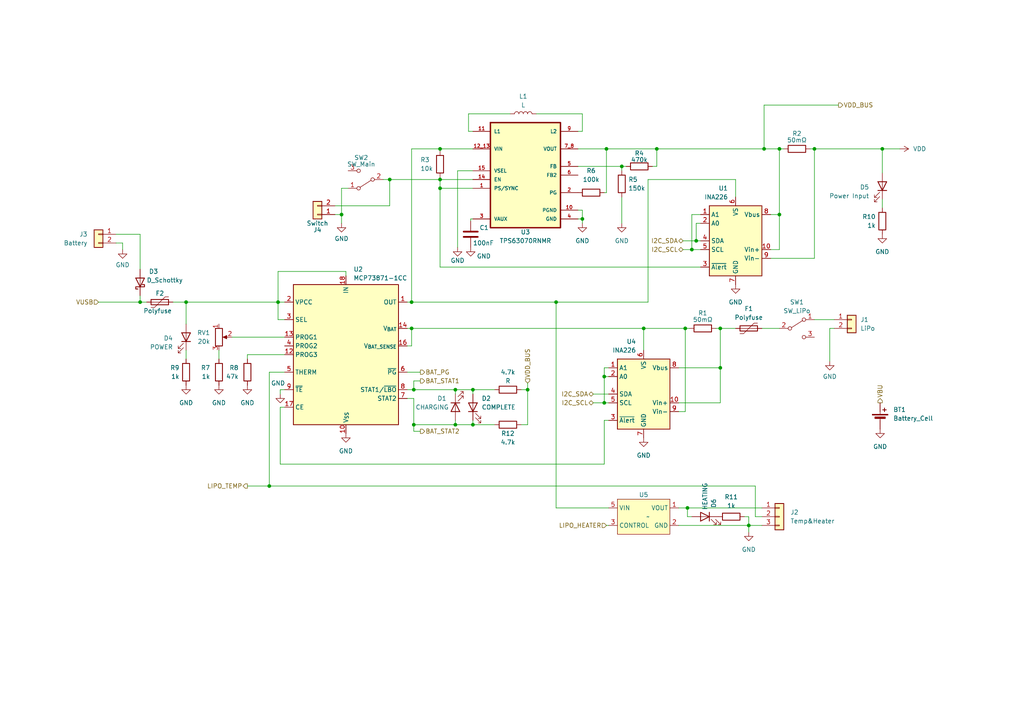
<source format=kicad_sch>
(kicad_sch (version 20230121) (generator eeschema)
  (paper "A4")
  (lib_symbols
    (symbol "Battery_Management:MCP73871-1CC"
      (property "Reference" "U" (at -7.62 24.13 0))
      (property "Value" "MCP73871-1CC" (at -15.24 21.59 0))
      (symbol "MCP73871-1CC_0_1"
        (rectangle (start -15.24 20.32) (end 15.24 -20.32) (stroke (width 0.254)) (fill (type background)))
      )
      (symbol "MCP73871-1CC_1_1"
        (pin power_out line (at 17.78 15.24 180) (length 2.54) (name "OUT") (number "1"))
        (pin power_in line (at 0 -22.86 90) (length 2.54) (name "V_{SS}") (number "10"))
        (pin passive line (at 0 -22.86 90) (length 2.54) hide (name "V_{SS}") (number "11"))
        (pin bidirectional line (at -17.78 0 0) (length 2.54) (name "PROG3") (number "12"))
        (pin bidirectional line (at -17.78 5.08 0) (length 2.54) (name "PROG1") (number "13"))
        (pin power_out line (at 17.78 7.62 180) (length 2.54) (name "V_{BAT}") (number "14"))
        (pin passive line (at 17.78 7.62 180) (length 2.54) hide (name "V_{BAT}") (number "15"))
        (pin input line (at 17.78 2.54 180) (length 2.54) (name "V_{BAT_SENSE}") (number "16"))
        (pin input line (at -17.78 -15.24 0) (length 2.54) (name "CE") (number "17"))
        (pin power_in line (at 0 22.86 270) (length 2.54) (name "IN") (number "18"))
        (pin passive line (at 0 22.86 270) (length 2.54) hide (name "IN") (number "19"))
        (pin input line (at -17.78 15.24 0) (length 2.54) (name "VPCC") (number "2"))
        (pin passive line (at 17.78 15.24 180) (length 2.54) hide (name "OUT") (number "20"))
        (pin passive line (at 0 -22.86 90) (length 2.54) hide (name "V_{SS}") (number "21"))
        (pin input line (at -17.78 10.16 0) (length 2.54) (name "SEL") (number "3"))
        (pin input line (at -17.78 2.54 0) (length 2.54) (name "PROG2") (number "4"))
        (pin bidirectional line (at -17.78 -5.08 0) (length 2.54) (name "THERM") (number "5"))
        (pin open_collector line (at 17.78 -5.08 180) (length 2.54) (name "~{PG}") (number "6"))
        (pin open_collector line (at 17.78 -12.7 180) (length 2.54) (name "STAT2") (number "7"))
        (pin open_collector line (at 17.78 -10.16 180) (length 2.54) (name "STAT1/~{LBO}") (number "8"))
        (pin input line (at -17.78 -10.16 0) (length 2.54) (name "~{TE}") (number "9"))
      )
    )
    (symbol "Connector_Generic:Conn_01x02" (pin_names (offset 1.016) hide)
      (property "Reference" "J" (at 0 2.54 0))
      (property "Value" "Conn_01x02" (at 0 -5.08 0))
      (symbol "Conn_01x02_1_1"
        (rectangle (start -1.27 -2.413) (end 0 -2.667) (stroke (width 0.1524)))
        (rectangle (start -1.27 0.127) (end 0 -0.127) (stroke (width 0.1524)))
        (rectangle (start -1.27 1.27) (end 1.27 -3.81) (stroke (width 0.254)) (fill (type background)))
        (pin passive line (at -5.08 0 0) (length 3.81) (name "Pin_1") (number "1"))
        (pin passive line (at -5.08 -2.54 0) (length 3.81) (name "Pin_2") (number "2"))
      )
    )
    (symbol "Connector_Generic:Conn_01x03" (pin_names (offset 1.016) hide)
      (property "Reference" "J" (at 0 5.08 0))
      (property "Value" "Conn_01x03" (at 0 -5.08 0))
      (symbol "Conn_01x03_1_1"
        (rectangle (start -1.27 -2.413) (end 0 -2.667) (stroke (width 0.1524)))
        (rectangle (start -1.27 0.127) (end 0 -0.127) (stroke (width 0.1524)))
        (rectangle (start -1.27 2.667) (end 0 2.413) (stroke (width 0.1524)))
        (rectangle (start -1.27 3.81) (end 1.27 -3.81) (stroke (width 0.254)) (fill (type background)))
        (pin passive line (at -5.08 2.54 0) (length 3.81) (name "Pin_1") (number "1"))
        (pin passive line (at -5.08 0 0) (length 3.81) (name "Pin_2") (number "2"))
        (pin passive line (at -5.08 -2.54 0) (length 3.81) (name "Pin_3") (number "3"))
      )
    )
    (symbol "Device:Battery_Cell" (pin_numbers hide) (pin_names (offset 0) hide)
      (property "Reference" "BT" (at 2.54 2.54 0))
      (property "Value" "Battery_Cell" (at 2.54 0 0))
      (symbol "Battery_Cell_0_1"
        (rectangle (start -2.286 1.778) (end 2.286 1.524) (fill (type outline)))
        (rectangle (start -1.524 1.016) (end 1.524 0.508) (fill (type outline)))
        (polyline (pts (xy 0 0.762) (xy 0 0)))
        (polyline (pts (xy 0 1.778) (xy 0 2.54)))
        (polyline (pts (xy 0.762 3.048) (xy 1.778 3.048)) (stroke (width 0.254)))
        (polyline (pts (xy 1.27 3.556) (xy 1.27 2.54)) (stroke (width 0.254)))
      )
      (symbol "Battery_Cell_1_1"
        (pin passive line (at 0 5.08 270) (length 2.54) (name "+") (number "1"))
        (pin passive line (at 0 -2.54 90) (length 2.54) (name "-") (number "2"))
      )
    )
    (symbol "Device:C" (pin_numbers hide) (pin_names (offset 0.254))
      (property "Reference" "C" (at 0.635 2.54 0))
      (property "Value" "C" (at 0.635 -2.54 0))
      (symbol "C_0_1"
        (polyline (pts (xy -2.032 -0.762) (xy 2.032 -0.762)) (stroke (width 0.508)))
        (polyline (pts (xy -2.032 0.762) (xy 2.032 0.762)) (stroke (width 0.508)))
      )
      (symbol "C_1_1"
        (pin passive line (at 0 3.81 270) (length 2.794) (name "~") (number "1"))
        (pin passive line (at 0 -3.81 90) (length 2.794) (name "~") (number "2"))
      )
    )
    (symbol "Device:D_Schottky" (pin_numbers hide) (pin_names (offset 1.016) hide)
      (property "Reference" "D" (at 0 2.54 0))
      (property "Value" "D_Schottky" (at 0 -2.54 0))
      (symbol "D_Schottky_0_1"
        (polyline (pts (xy 1.27 0) (xy -1.27 0)))
        (polyline (pts (xy 1.27 1.27) (xy 1.27 -1.27) (xy -1.27 0) (xy 1.27 1.27)) (stroke (width 0.254)))
        (polyline (pts (xy -1.905 0.635) (xy -1.905 1.27) (xy -1.27 1.27) (xy -1.27 -1.27) (xy -0.635 -1.27) (xy -0.635 -0.635)) (stroke (width 0.254)))
      )
      (symbol "D_Schottky_1_1"
        (pin passive line (at -3.81 0 0) (length 2.54) (name "K") (number "1"))
        (pin passive line (at 3.81 0 180) (length 2.54) (name "A") (number "2"))
      )
    )
    (symbol "Device:L" (pin_numbers hide) (pin_names (offset 1.016) hide)
      (property "Reference" "L" (at -1.27 0 90))
      (property "Value" "L" (at 1.905 0 90))
      (symbol "L_0_1"
        (arc (start 0 -2.54) (mid 0.6323 -1.905) (end 0 -1.27))
        (arc (start 0 -1.27) (mid 0.6323 -0.635) (end 0 0))
        (arc (start 0 0) (mid 0.6323 0.635) (end 0 1.27))
        (arc (start 0 1.27) (mid 0.6323 1.905) (end 0 2.54))
      )
      (symbol "L_1_1"
        (pin passive line (at 0 3.81 270) (length 1.27) (name "1") (number "1"))
        (pin passive line (at 0 -3.81 90) (length 1.27) (name "2") (number "2"))
      )
    )
    (symbol "Device:LED" (pin_numbers hide) (pin_names (offset 1.016) hide)
      (property "Reference" "D" (at 0 2.54 0))
      (property "Value" "LED" (at 0 -2.54 0))
      (symbol "LED_0_1"
        (polyline (pts (xy -1.27 -1.27) (xy -1.27 1.27)) (stroke (width 0.254)))
        (polyline (pts (xy -1.27 0) (xy 1.27 0)))
        (polyline (pts (xy 1.27 -1.27) (xy 1.27 1.27) (xy -1.27 0) (xy 1.27 -1.27)) (stroke (width 0.254)))
        (polyline (pts (xy -3.048 -0.762) (xy -4.572 -2.286) (xy -3.81 -2.286) (xy -4.572 -2.286) (xy -4.572 -1.524)))
        (polyline (pts (xy -1.778 -0.762) (xy -3.302 -2.286) (xy -2.54 -2.286) (xy -3.302 -2.286) (xy -3.302 -1.524)))
      )
      (symbol "LED_1_1"
        (pin passive line (at -3.81 0 0) (length 2.54) (name "K") (number "1"))
        (pin passive line (at 3.81 0 180) (length 2.54) (name "A") (number "2"))
      )
    )
    (symbol "Device:Polyfuse" (pin_numbers hide) (pin_names (offset 0))
      (property "Reference" "F" (at -2.54 0 90))
      (property "Value" "Polyfuse" (at 2.54 0 90))
      (symbol "Polyfuse_0_1"
        (rectangle (start -0.762 2.54) (end 0.762 -2.54) (stroke (width 0.254)))
        (polyline (pts (xy 0 2.54) (xy 0 -2.54)))
        (polyline (pts (xy -1.524 2.54) (xy -1.524 1.524) (xy 1.524 -1.524) (xy 1.524 -2.54)))
      )
      (symbol "Polyfuse_1_1"
        (pin passive line (at 0 3.81 270) (length 1.27) (name "~") (number "1"))
        (pin passive line (at 0 -3.81 90) (length 1.27) (name "~") (number "2"))
      )
    )
    (symbol "Device:R" (pin_numbers hide) (pin_names (offset 0))
      (property "Reference" "R" (at 2.032 0 90))
      (property "Value" "R" (at 0 0 90))
      (symbol "R_0_1"
        (rectangle (start -1.016 -2.54) (end 1.016 2.54) (stroke (width 0.254)))
      )
      (symbol "R_1_1"
        (pin passive line (at 0 3.81 270) (length 1.27) (name "~") (number "1"))
        (pin passive line (at 0 -3.81 90) (length 1.27) (name "~") (number "2"))
      )
    )
    (symbol "Device:R_Potentiometer" (pin_names (offset 1.016) hide)
      (property "Reference" "RV" (at -4.445 0 90))
      (property "Value" "R_Potentiometer" (at -2.54 0 90))
      (symbol "R_Potentiometer_0_1"
        (polyline (pts (xy 2.54 0) (xy 1.524 0)))
        (polyline (pts (xy 1.143 0) (xy 2.286 0.508) (xy 2.286 -0.508) (xy 1.143 0)) (fill (type outline)))
        (rectangle (start 1.016 2.54) (end -1.016 -2.54) (stroke (width 0.254)))
      )
      (symbol "R_Potentiometer_1_1"
        (pin passive line (at 0 3.81 270) (length 1.27) (name "1") (number "1"))
        (pin passive line (at 3.81 0 180) (length 1.27) (name "2") (number "2"))
        (pin passive line (at 0 -3.81 90) (length 1.27) (name "3") (number "3"))
      )
    )
    (symbol "Sensor_Energy:INA226"
      (property "Reference" "U" (at -6.35 11.43 0))
      (property "Value" "INA226" (at 3.81 11.43 0))
      (symbol "INA226_0_1"
        (rectangle (start 7.62 10.16) (end -7.62 -10.16) (stroke (width 0.254)) (fill (type background)))
      )
      (symbol "INA226_1_1"
        (pin input line (at 10.16 7.62 180) (length 2.54) (name "A1") (number "1"))
        (pin input line (at -10.16 -2.54 0) (length 2.54) (name "Vin+") (number "10"))
        (pin input line (at 10.16 5.08 180) (length 2.54) (name "A0") (number "2"))
        (pin open_collector line (at 10.16 -7.62 180) (length 2.54) (name "~{Alert}") (number "3"))
        (pin bidirectional line (at 10.16 0 180) (length 2.54) (name "SDA") (number "4"))
        (pin input line (at 10.16 -2.54 180) (length 2.54) (name "SCL") (number "5"))
        (pin power_in line (at 0 12.7 270) (length 2.54) (name "VS") (number "6"))
        (pin power_in line (at 0 -12.7 90) (length 2.54) (name "GND") (number "7"))
        (pin input line (at -10.16 7.62 0) (length 2.54) (name "Vbus") (number "8"))
        (pin input line (at -10.16 -5.08 0) (length 2.54) (name "Vin-") (number "9"))
      )
    )
    (symbol "Switch:SW_SPDT" (pin_names (offset 0) hide)
      (property "Reference" "SW" (at 0 4.318 0))
      (property "Value" "SW_SPDT" (at 0 -5.08 0))
      (symbol "SW_SPDT_0_0"
        (circle (center -2.032 0) (radius 0.508))
        (circle (center 2.032 -2.54) (radius 0.508))
      )
      (symbol "SW_SPDT_0_1"
        (polyline (pts (xy -1.524 0.254) (xy 1.651 2.286)))
        (circle (center 2.032 2.54) (radius 0.508))
      )
      (symbol "SW_SPDT_1_1"
        (pin passive line (at 5.08 2.54 180) (length 2.54) (name "A") (number "1"))
        (pin passive line (at -5.08 0 0) (length 2.54) (name "B") (number "2"))
        (pin passive line (at 5.08 -2.54 180) (length 2.54) (name "C") (number "3"))
      )
    )
    (symbol "WOBCLibrary:TCK106AF"
      (property "Reference" "U" (at 0 6.35 0))
      (symbol "TCK106AF_1_1"
        (rectangle (start -7.62 5.08) (end 7.62 -5.08) (fill (type background)))
        (pin power_out line (at 10.16 2.54 180) (length 2.54) (name "VOUT") (number "1"))
        (pin power_in line (at 10.16 -2.54 180) (length 2.54) (name "GND") (number "2"))
        (pin input line (at -10.16 -2.54 0) (length 2.54) (name "CONTROL") (number "3"))
        (pin power_in line (at 0 -5.08 180) (length 2.54) hide (name "NC") (number "4"))
        (pin power_in line (at -10.16 2.54 0) (length 2.54) (name "VIN") (number "5"))
      )
    )
    (symbol "WOBCLibrary:TPS63070RNMR" (pin_names (offset 1.016))
      (property "Reference" "U" (at -12.7 29.21 0))
      (property "Value" "TPS63070RNMR" (at -12.7 -19.24 0))
      (symbol "TPS63070RNMR_0_0"
        (rectangle (start -10.16 15.24) (end 10.16 -15.24) (stroke (width 0.41)) (fill (type background)))
        (pin input line (at -15.24 -3.81 0) (length 5.08) (name "PS/SYNC") (number "1"))
        (pin power_in line (at 15.24 -10.16 180) (length 5.08) (name "PGND") (number "10"))
        (pin bidirectional line (at -15.24 12.7 0) (length 5.08) (name "L1") (number "11"))
        (pin input line (at -15.24 7.62 0) (length 5.08) (name "VIN") (number "12_13"))
        (pin input line (at -15.24 -1.27 0) (length 5.08) (name "EN") (number "14"))
        (pin input line (at -15.24 1.27 0) (length 5.08) (name "VSEL") (number "15"))
        (pin output line (at 15.24 -5.08 180) (length 5.08) (name "PG") (number "2"))
        (pin output line (at -15.24 -12.7 0) (length 5.08) (name "VAUX") (number "3"))
        (pin power_in line (at 15.24 -12.7 180) (length 5.08) (name "GND") (number "4"))
        (pin input line (at 15.24 2.54 180) (length 5.08) (name "FB") (number "5"))
        (pin output line (at 15.24 0 180) (length 5.08) (name "FB2") (number "6"))
        (pin output line (at 15.24 7.62 180) (length 5.08) (name "VOUT") (number "7_8"))
        (pin bidirectional line (at 15.24 12.7 180) (length 5.08) (name "L2") (number "9"))
      )
    )
    (symbol "power:GND" (power) (pin_names (offset 0))
      (property "Value" "GND" (at 0 -3.81 0))
      (symbol "GND_0_1"
        (polyline (pts (xy 0 0) (xy 0 -1.27) (xy 1.27 -1.27) (xy 0 -2.54) (xy -1.27 -1.27) (xy 0 -1.27)))
      )
      (symbol "GND_1_1"
        (pin power_in line (at 0 0 270) (length 0) hide (name "GND") (number "1"))
      )
    )
    (symbol "power:VDD" (power) (pin_names (offset 0))
      (property "Value" "VDD" (at 0 3.81 0))
      (symbol "VDD_0_1"
        (polyline (pts (xy -0.762 1.27) (xy 0 2.54)))
        (polyline (pts (xy 0 0) (xy 0 2.54)))
        (polyline (pts (xy 0 2.54) (xy 0.762 1.27)))
      )
      (symbol "VDD_1_1"
        (pin power_in line (at 0 0 90) (length 0) hide (name "VDD") (number "1"))
      )
    )
  )
  (junction (at 80.645 87.63))
  (junction (at 113.03 52.07))
  (junction (at 132.08 113.03))
  (junction (at 226.06 43.18))
  (junction (at 217.17 152.4))
  (junction (at 132.08 123.19))
  (junction (at 78.105 140.97))
  (junction (at 120.015 123.19))
  (junction (at 175.26 116.84))
  (junction (at 161.29 87.63))
  (junction (at 255.905 43.18))
  (junction (at 53.975 87.63))
  (junction (at 221.615 43.18))
  (junction (at 119.38 87.63))
  (junction (at 127.635 54.61))
  (junction (at 199.39 147.32))
  (junction (at 127.635 52.07))
  (junction (at 200.66 72.39))
  (junction (at 175.26 109.22))
  (junction (at 137.16 123.19))
  (junction (at 120.015 113.03))
  (junction (at 201.93 69.85))
  (junction (at 175.895 43.18))
  (junction (at 226.06 62.23))
  (junction (at 40.64 87.63))
  (junction (at 168.91 63.5))
  (junction (at 153.035 113.03))
  (junction (at 208.915 95.25))
  (junction (at 190.5 43.18))
  (junction (at 236.22 43.18))
  (junction (at 119.38 95.25))
  (junction (at 99.06 62.23))
  (junction (at 198.755 95.25))
  (junction (at 127.635 43.18))
  (junction (at 180.34 48.26))
  (junction (at 137.16 113.03))
  (junction (at 186.69 95.25))
  (junction (at 208.915 106.68))
  (wire (pts (xy 137.16 113.03) (xy 143.51 113.03)))
  (wire (pts (xy 97.155 62.23) (xy 99.06 62.23)))
  (wire (pts (xy 81.28 113.03) (xy 82.55 113.03)))
  (wire (pts (xy 168.91 63.5) (xy 167.64 63.5)))
  (wire (pts (xy 198.12 72.39) (xy 200.66 72.39)))
  (wire (pts (xy 153.035 123.19) (xy 153.035 113.03)))
  (wire (pts (xy 175.26 116.84) (xy 176.53 116.84)))
  (wire (pts (xy 221.615 43.18) (xy 226.06 43.18)))
  (wire (pts (xy 213.36 57.15) (xy 213.36 52.07)))
  (wire (pts (xy 127.635 43.18) (xy 137.16 43.18)))
  (wire (pts (xy 172.085 114.3) (xy 176.53 114.3)))
  (wire (pts (xy 119.38 95.25) (xy 118.11 95.25)))
  (wire (pts (xy 168.91 63.5) (xy 168.91 64.77)))
  (wire (pts (xy 196.85 106.68) (xy 208.915 106.68)))
  (wire (pts (xy 226.06 72.39) (xy 226.06 62.23)))
  (wire (pts (xy 220.98 95.25) (xy 226.06 95.25)))
  (wire (pts (xy 71.755 140.97) (xy 78.105 140.97)))
  (wire (pts (xy 67.31 97.79) (xy 82.55 97.79)))
  (wire (pts (xy 175.26 55.88) (xy 175.895 55.88)))
  (wire (pts (xy 50.165 87.63) (xy 53.975 87.63)))
  (wire (pts (xy 200.66 72.39) (xy 203.2 72.39)))
  (wire (pts (xy 127.635 77.47) (xy 203.2 77.47)))
  (wire (pts (xy 255.905 60.325) (xy 255.905 57.785)))
  (wire (pts (xy 187.96 52.07) (xy 187.96 87.63)))
  (wire (pts (xy 119.38 43.18) (xy 119.38 87.63)))
  (wire (pts (xy 137.16 49.53) (xy 132.715 49.53)))
  (wire (pts (xy 118.11 113.03) (xy 120.015 113.03)))
  (wire (pts (xy 175.26 134.62) (xy 175.26 121.92)))
  (wire (pts (xy 203.2 64.77) (xy 201.93 64.77)))
  (wire (pts (xy 199.39 149.86) (xy 199.39 147.32)))
  (wire (pts (xy 176.53 152.4) (xy 175.895 152.4)))
  (wire (pts (xy 196.85 147.32) (xy 199.39 147.32)))
  (wire (pts (xy 208.915 106.68) (xy 208.915 95.25)))
  (wire (pts (xy 196.85 119.38) (xy 198.755 119.38)))
  (wire (pts (xy 81.28 114.3) (xy 81.28 113.03)))
  (wire (pts (xy 120.015 115.57) (xy 118.11 115.57)))
  (wire (pts (xy 33.655 67.945) (xy 40.64 67.945)))
  (wire (pts (xy 120.015 113.03) (xy 132.08 113.03)))
  (wire (pts (xy 167.64 60.96) (xy 168.91 60.96)))
  (wire (pts (xy 223.52 74.93) (xy 236.22 74.93)))
  (wire (pts (xy 80.645 78.74) (xy 80.645 87.63)))
  (wire (pts (xy 236.22 43.18) (xy 255.905 43.18)))
  (wire (pts (xy 100.33 80.01) (xy 100.33 78.74)))
  (wire (pts (xy 200.66 62.23) (xy 203.2 62.23)))
  (wire (pts (xy 119.38 43.18) (xy 127.635 43.18)))
  (wire (pts (xy 217.17 152.4) (xy 220.98 152.4)))
  (wire (pts (xy 120.015 123.19) (xy 120.015 115.57)))
  (wire (pts (xy 189.23 48.26) (xy 190.5 48.26)))
  (wire (pts (xy 240.665 104.775) (xy 240.665 95.25)))
  (wire (pts (xy 217.17 149.86) (xy 217.17 152.4)))
  (wire (pts (xy 161.29 87.63) (xy 187.96 87.63)))
  (wire (pts (xy 180.34 49.53) (xy 180.34 48.26)))
  (wire (pts (xy 190.5 43.18) (xy 221.615 43.18)))
  (wire (pts (xy 132.715 49.53) (xy 132.715 71.755)))
  (wire (pts (xy 153.035 111.125) (xy 153.035 113.03)))
  (wire (pts (xy 53.975 87.63) (xy 80.645 87.63)))
  (wire (pts (xy 137.16 114.3) (xy 137.16 113.03)))
  (wire (pts (xy 135.89 33.02) (xy 135.89 38.1)))
  (wire (pts (xy 223.52 72.39) (xy 226.06 72.39)))
  (wire (pts (xy 80.645 87.63) (xy 82.55 87.63)))
  (wire (pts (xy 175.895 43.18) (xy 190.5 43.18)))
  (wire (pts (xy 127.635 54.61) (xy 127.635 77.47)))
  (wire (pts (xy 119.38 95.25) (xy 186.69 95.25)))
  (wire (pts (xy 226.06 43.18) (xy 227.33 43.18)))
  (wire (pts (xy 99.06 62.23) (xy 99.06 54.61)))
  (wire (pts (xy 175.895 55.88) (xy 175.895 43.18)))
  (wire (pts (xy 240.665 95.25) (xy 241.935 95.25)))
  (wire (pts (xy 53.975 87.63) (xy 53.975 93.98)))
  (wire (pts (xy 119.38 100.33) (xy 119.38 95.25)))
  (wire (pts (xy 168.91 33.02) (xy 168.91 38.1)))
  (wire (pts (xy 136.525 63.5) (xy 137.16 63.5)))
  (wire (pts (xy 97.155 59.69) (xy 113.03 59.69)))
  (wire (pts (xy 121.92 107.95) (xy 118.11 107.95)))
  (wire (pts (xy 82.55 118.11) (xy 81.28 118.11)))
  (wire (pts (xy 82.55 107.95) (xy 78.105 107.95)))
  (wire (pts (xy 199.39 147.32) (xy 220.98 147.32)))
  (wire (pts (xy 147.955 33.02) (xy 135.89 33.02)))
  (wire (pts (xy 220.98 149.86) (xy 219.075 149.86)))
  (wire (pts (xy 186.69 95.25) (xy 198.755 95.25)))
  (wire (pts (xy 99.06 62.23) (xy 99.06 64.77)))
  (wire (pts (xy 127.635 43.18) (xy 127.635 43.815)))
  (wire (pts (xy 167.64 48.26) (xy 180.34 48.26)))
  (wire (pts (xy 236.22 74.93) (xy 236.22 43.18)))
  (wire (pts (xy 121.92 125.095) (xy 120.015 125.095)))
  (wire (pts (xy 78.105 140.97) (xy 219.075 140.97)))
  (wire (pts (xy 201.93 64.77) (xy 201.93 69.85)))
  (wire (pts (xy 234.95 43.18) (xy 236.22 43.18)))
  (wire (pts (xy 118.11 87.63) (xy 119.38 87.63)))
  (wire (pts (xy 127.635 52.07) (xy 137.16 52.07)))
  (wire (pts (xy 40.64 67.945) (xy 40.64 78.105)))
  (wire (pts (xy 127.635 51.435) (xy 127.635 52.07)))
  (wire (pts (xy 132.08 123.19) (xy 137.16 123.19)))
  (wire (pts (xy 100.33 78.74) (xy 80.645 78.74)))
  (wire (pts (xy 200.66 149.86) (xy 199.39 149.86)))
  (wire (pts (xy 113.03 59.69) (xy 113.03 52.07)))
  (wire (pts (xy 120.015 110.49) (xy 120.015 113.03)))
  (wire (pts (xy 236.22 92.71) (xy 241.935 92.71)))
  (wire (pts (xy 80.645 92.71) (xy 80.645 87.63)))
  (wire (pts (xy 132.08 114.3) (xy 132.08 113.03)))
  (wire (pts (xy 137.16 123.19) (xy 143.51 123.19)))
  (wire (pts (xy 223.52 62.23) (xy 226.06 62.23)))
  (wire (pts (xy 137.16 54.61) (xy 127.635 54.61)))
  (wire (pts (xy 200.66 62.23) (xy 200.66 72.39)))
  (wire (pts (xy 226.06 62.23) (xy 226.06 43.18)))
  (wire (pts (xy 172.085 116.84) (xy 175.26 116.84)))
  (wire (pts (xy 28.575 87.63) (xy 40.64 87.63)))
  (wire (pts (xy 40.64 85.725) (xy 40.64 87.63)))
  (wire (pts (xy 175.26 121.92) (xy 176.53 121.92)))
  (wire (pts (xy 186.69 95.25) (xy 186.69 101.6)))
  (wire (pts (xy 35.56 70.485) (xy 35.56 72.39)))
  (wire (pts (xy 151.13 123.19) (xy 153.035 123.19)))
  (wire (pts (xy 208.915 116.84) (xy 208.915 106.68)))
  (wire (pts (xy 255.905 43.18) (xy 260.985 43.18)))
  (wire (pts (xy 180.34 57.15) (xy 180.34 64.77)))
  (wire (pts (xy 213.36 52.07) (xy 187.96 52.07)))
  (wire (pts (xy 136.525 64.135) (xy 136.525 63.5)))
  (wire (pts (xy 127.635 52.07) (xy 127.635 54.61)))
  (wire (pts (xy 180.34 48.26) (xy 181.61 48.26)))
  (wire (pts (xy 176.53 109.22) (xy 175.26 109.22)))
  (wire (pts (xy 53.975 104.14) (xy 53.975 101.6)))
  (wire (pts (xy 155.575 33.02) (xy 168.91 33.02)))
  (wire (pts (xy 137.16 121.92) (xy 137.16 123.19)))
  (wire (pts (xy 33.655 70.485) (xy 35.56 70.485)))
  (wire (pts (xy 161.29 147.32) (xy 161.29 87.63)))
  (wire (pts (xy 167.64 43.18) (xy 175.895 43.18)))
  (wire (pts (xy 81.28 134.62) (xy 175.26 134.62)))
  (wire (pts (xy 119.38 87.63) (xy 161.29 87.63)))
  (wire (pts (xy 196.85 152.4) (xy 217.17 152.4)))
  (wire (pts (xy 135.89 38.1) (xy 137.16 38.1)))
  (wire (pts (xy 120.015 125.095) (xy 120.015 123.19)))
  (wire (pts (xy 196.85 116.84) (xy 208.915 116.84)))
  (wire (pts (xy 243.205 30.48) (xy 221.615 30.48)))
  (wire (pts (xy 113.03 52.07) (xy 127.635 52.07)))
  (wire (pts (xy 219.075 149.86) (xy 219.075 140.97)))
  (wire (pts (xy 63.5 104.14) (xy 63.5 101.6)))
  (wire (pts (xy 132.08 121.92) (xy 132.08 123.19)))
  (wire (pts (xy 215.9 149.86) (xy 217.17 149.86)))
  (wire (pts (xy 175.26 109.22) (xy 175.26 116.84)))
  (wire (pts (xy 168.91 38.1) (xy 167.64 38.1)))
  (wire (pts (xy 120.015 123.19) (xy 132.08 123.19)))
  (wire (pts (xy 40.64 87.63) (xy 42.545 87.63)))
  (wire (pts (xy 118.11 100.33) (xy 119.38 100.33)))
  (wire (pts (xy 175.26 106.68) (xy 176.53 106.68)))
  (wire (pts (xy 255.905 43.18) (xy 255.905 50.165)))
  (wire (pts (xy 111.125 52.07) (xy 113.03 52.07)))
  (wire (pts (xy 201.93 69.85) (xy 203.2 69.85)))
  (wire (pts (xy 221.615 30.48) (xy 221.615 43.18)))
  (wire (pts (xy 78.105 107.95) (xy 78.105 140.97)))
  (wire (pts (xy 198.755 95.25) (xy 198.755 119.38)))
  (wire (pts (xy 81.28 118.11) (xy 81.28 134.62)))
  (wire (pts (xy 82.55 92.71) (xy 80.645 92.71)))
  (wire (pts (xy 99.06 54.61) (xy 100.965 54.61)))
  (wire (pts (xy 137.16 113.03) (xy 132.08 113.03)))
  (wire (pts (xy 190.5 48.26) (xy 190.5 43.18)))
  (wire (pts (xy 71.755 102.87) (xy 82.55 102.87)))
  (wire (pts (xy 217.17 154.305) (xy 217.17 152.4)))
  (wire (pts (xy 151.13 113.03) (xy 153.035 113.03)))
  (wire (pts (xy 198.755 95.25) (xy 200.025 95.25)))
  (wire (pts (xy 175.26 109.22) (xy 175.26 106.68)))
  (wire (pts (xy 71.755 104.14) (xy 71.755 102.87)))
  (wire (pts (xy 168.91 60.96) (xy 168.91 63.5)))
  (wire (pts (xy 198.12 69.85) (xy 201.93 69.85)))
  (wire (pts (xy 121.92 110.49) (xy 120.015 110.49)))
  (wire (pts (xy 176.53 147.32) (xy 161.29 147.32)))
  (wire (pts (xy 207.645 95.25) (xy 208.915 95.25)))
  (wire (pts (xy 208.915 95.25) (xy 213.36 95.25)))
  (hierarchical_label "BAT_PG" (shape output) (at 121.92 107.95 0))
  (hierarchical_label "LIPO_TEMP" (shape output) (at 71.755 140.97 180))
  (hierarchical_label "I2C_SDA" (shape bidirectional) (at 198.12 69.85 180))
  (hierarchical_label "I2C_SCL" (shape bidirectional) (at 198.12 72.39 180))
  (hierarchical_label "VBU" (shape output) (at 255.27 116.84 90))
  (hierarchical_label "I2C_SCL" (shape bidirectional) (at 172.085 116.84 180))
  (hierarchical_label "I2C_SDA" (shape bidirectional) (at 172.085 114.3 180))
  (hierarchical_label "LIPO_HEATER" (shape input) (at 175.895 152.4 180))
  (hierarchical_label "BAT_STAT2" (shape output) (at 121.92 125.095 0))
  (hierarchical_label "VDD_BUS" (shape output) (at 243.205 30.48 0))
  (hierarchical_label "VDD_BUS" (shape input) (at 153.035 111.125 90))
  (hierarchical_label "BAT_STAT1" (shape output) (at 121.92 110.49 0))
  (hierarchical_label "VUSB" (shape input) (at 28.575 87.63 180))
  (symbol (lib_id "Device:R") (at 203.835 95.25 90) (unit 1)
    (property "Reference" "R1" (at 203.835 90.805 90))
    (property "Value" "50mΩ" (at 203.835 92.71 90))
    (property "Footprint" "Resistor_SMD:R_0805_2012Metric" (effects hide))
  )
  (symbol (lib_id "power:GND") (at 217.17 154.305 0) (unit 1)
    (property "Reference" "#PWR02" (effects hide))
    (property "Value" "GND" (at 217.17 159.385 0))
  )
  (symbol (lib_id "Connector_Generic:Conn_01x02") (at 92.075 62.23 180) (unit 1)
    (property "Reference" "J4" (at 92.075 66.675 0))
    (property "Value" "Switch" (at 92.075 64.77 0))
    (property "Footprint" "Connector_JST:JST_PH_S2B-PH-K_1x02_P2.00mm_Horizontal" (effects hide))
  )
  (symbol (lib_id "Device:LED") (at 53.975 97.79 270) (mirror x) (unit 1)
    (property "Reference" "D4" (at 50.165 98.1075 90) (effects (justify right)))
    (property "Value" "POWER" (at 50.165 100.6475 90) (effects (justify right)))
  )
  (symbol (lib_id "Device:R") (at 212.09 149.86 90) (unit 1)
    (property "Reference" "R11" (at 212.09 144.145 90))
    (property "Value" "1k" (at 212.09 146.685 90))
  )
  (symbol (lib_id "power:GND") (at 240.665 104.775 0) (unit 1)
    (property "Reference" "#PWR01" (effects hide))
    (property "Value" "GND" (at 240.665 109.22 0))
  )
  (symbol (lib_id "power:GND") (at 53.975 111.76 0) (unit 1)
    (property "Reference" "#PWR011" (effects hide))
    (property "Value" "GND" (at 53.975 116.84 0))
  )
  (symbol (lib_id "power:GND") (at 132.715 71.755 0) (unit 1)
    (property "Reference" "#PWR013" (effects hide))
    (property "Value" "GND" (at 132.715 75.565 0))
  )
  (symbol (lib_id "power:GND") (at 186.69 127 0) (unit 1)
    (property "Reference" "#PWR03" (effects hide))
    (property "Value" "GND" (at 186.69 132.08 0))
  )
  (symbol (lib_id "Connector_Generic:Conn_01x02") (at 28.575 67.945 0) (mirror y) (unit 1)
    (property "Reference" "J3" (at 25.4 67.945 0) (effects (justify left)))
    (property "Value" "Battery" (at 25.4 70.485 0) (effects (justify left)))
    (property "Footprint" "Connector_JST:JST_XH_S2B-XH-A_1x02_P2.50mm_Horizontal" (effects hide))
  )
  (symbol (lib_id "Device:C") (at 136.525 67.945 0) (unit 1)
    (property "Reference" "C1" (at 139.065 66.04 0) (effects (justify left)))
    (property "Value" "100nF" (at 137.16 70.485 0) (effects (justify left)))
  )
  (symbol (lib_id "Sensor_Energy:INA226") (at 186.69 114.3 0) (mirror y) (unit 1)
    (property "Reference" "U4" (at 184.4959 99.06 0) (effects (justify left)))
    (property "Value" "INA226" (at 184.4959 101.6 0) (effects (justify left)))
    (property "Footprint" "Package_SO:VSSOP-10_3x3mm_P0.5mm" (effects hide))
    (property "Datasheet" "http://www.ti.com/lit/ds/symlink/ina226.pdf" (effects hide))
  )
  (symbol (lib_id "power:GND") (at 100.33 125.73 0) (unit 1)
    (property "Reference" "#PWR04" (effects hide))
    (property "Value" "GND" (at 100.33 130.81 0))
  )
  (symbol (lib_id "WOBCLibrary:TCK106AF") (at 186.69 149.86 0) (unit 1)
    (property "Reference" "U5" (at 186.69 143.51 0))
    (property "Value" "~" (at 187.96 149.86 0))
    (property "Footprint" "Package_TO_SOT_SMD:SOT-23-5" (effects hide))
  )
  (symbol (lib_id "Device:R") (at 147.32 113.03 90) (unit 1)
    (property "Reference" "4.7k" (at 147.32 107.95 90))
    (property "Value" "R" (at 147.32 110.49 90))
  )
  (symbol (lib_id "power:GND") (at 71.755 111.76 0) (unit 1)
    (property "Reference" "#PWR08" (effects hide))
    (property "Value" "GND" (at 71.755 116.84 0))
  )
  (symbol (lib_id "Device:R") (at 171.45 55.88 270) (unit 1)
    (property "Reference" "R6" (at 171.45 49.53 90))
    (property "Value" "100k" (at 171.45 52.07 90))
  )
  (symbol (lib_id "Device:LED") (at 204.47 149.86 0) (mirror y) (unit 1)
    (property "Reference" "D6" (at 207.01 147.32 90) (effects (justify left)))
    (property "Value" "HEATING" (at 204.47 147.955 90) (effects (justify left)))
  )
  (symbol (lib_id "Device:LED") (at 132.08 118.11 90) (mirror x) (unit 1)
    (property "Reference" "D1" (at 129.54 115.57 90) (effects (justify left)))
    (property "Value" "CHARGING" (at 130.175 118.11 90) (effects (justify left)))
  )
  (symbol (lib_id "Device:R") (at 255.905 64.135 0) (mirror y) (unit 1)
    (property "Reference" "R10" (at 254 62.865 0) (effects (justify left)))
    (property "Value" "1k" (at 254 65.405 0) (effects (justify left)))
  )
  (symbol (lib_id "Device:R") (at 231.14 43.18 90) (unit 1)
    (property "Reference" "R2" (at 231.14 38.735 90))
    (property "Value" "50mΩ" (at 231.14 40.64 90))
    (property "Footprint" "Resistor_SMD:R_0805_2012Metric" (effects hide))
  )
  (symbol (lib_id "Battery_Management:MCP73871-1CC") (at 100.33 102.87 0) (unit 1)
    (property "Reference" "U2" (at 102.5241 78.105 0) (effects (justify left)))
    (property "Value" "MCP73871-1CC" (at 102.5241 80.645 0) (effects (justify left)))
    (property "Footprint" "Package_DFN_QFN:QFN-20-1EP_4x4mm_P0.5mm_EP2.5x2.5mm" (effects hide))
    (property "Datasheet" "http://www.mouser.com/ds/2/268/22090a-52174.pdf" (effects hide))
  )
  (symbol (lib_id "power:GND") (at 81.28 114.3 0) (unit 1)
    (property "Reference" "#PWR017" (effects hide))
    (property "Value" "GND" (at 80.645 111.125 0))
  )
  (symbol (lib_id "Device:R") (at 180.34 53.34 180) (unit 1)
    (property "Reference" "R5" (at 182.245 52.07 0) (effects (justify right)))
    (property "Value" "150k" (at 182.245 54.61 0) (effects (justify right)))
  )
  (symbol (lib_id "power:VDD") (at 260.985 43.18 270) (unit 1)
    (property "Reference" "#PWR09" (effects hide))
    (property "Value" "VDD" (at 264.795 43.18 90) (effects (justify left)))
  )
  (symbol (lib_id "Device:LED") (at 137.16 118.11 90) (unit 1)
    (property "Reference" "D2" (at 139.7 115.57 90) (effects (justify right)))
    (property "Value" "COMPLETE" (at 139.7 118.11 90) (effects (justify right)))
  )
  (symbol (lib_id "power:GND") (at 213.36 82.55 0) (unit 1)
    (property "Reference" "#PWR06" (effects hide))
    (property "Value" "GND" (at 213.36 87.63 0))
  )
  (symbol (lib_id "WOBCLibrary:TPS63070RNMR") (at 152.4 50.8 0) (unit 1)
    (property "Reference" "U3" (at 152.4 67.31 0))
    (property "Value" "TPS63070RNMR" (at 152.4 69.85 0))
    (property "Footprint" "WOBCLibrary:VREG_TPS63070RNMR" (effects hide))
    (property "MF" "Texas Instruments" (effects hide))
    (property "Description" "\nWide input voltage (2V-16V) buck-boost converter\n" (effects hide))
    (property "Package" "VQFN-HR-15 Texas Instruments" (effects hide))
    (property "Price" "None" (effects hide))
    (property "SnapEDA_Link" "https://www.snapeda.com/parts/TPS63070RNMR/Texas+Instruments/view-part/?ref=snap" (effects hide))
    (property "MP" "TPS63070RNMR" (effects hide))
    (property "Purchase-URL" "https://www.snapeda.com/api/url_track_click_mouser/?unipart_id=583017&manufacturer=Texas Instruments&part_name=TPS63070RNMR&search_term=None" (effects hide))
    (property "Availability" "In Stock" (effects hide))
    (property "Check_prices" "https://www.snapeda.com/parts/TPS63070RNMR/Texas+Instruments/view-part/?ref=eda" (effects hide))
  )
  (symbol (lib_id "Device:R") (at 185.42 48.26 90) (unit 1)
    (property "Reference" "R4" (at 185.42 44.45 90))
    (property "Value" "470k" (at 185.42 46.355 90))
  )
  (symbol (lib_id "Switch:SW_SPDT") (at 106.045 52.07 180) (unit 1)
    (property "Reference" "SW2" (at 104.775 45.72 0))
    (property "Value" "SW_Main" (at 104.775 47.625 0))
  )
  (symbol (lib_id "Device:R") (at 127.635 47.625 0) (unit 1)
    (property "Reference" "R3" (at 121.92 46.355 0) (effects (justify left)))
    (property "Value" "10k" (at 121.92 48.895 0) (effects (justify left)))
  )
  (symbol (lib_id "Device:R") (at 71.755 107.95 0) (mirror y) (unit 1)
    (property "Reference" "R8" (at 69.215 106.68 0) (effects (justify left)))
    (property "Value" "47k" (at 69.215 109.22 0) (effects (justify left)))
  )
  (symbol (lib_id "Device:Battery_Cell") (at 255.27 121.92 0) (unit 1)
    (property "Reference" "BT1" (at 259.08 118.8085 0) (effects (justify left)))
    (property "Value" "Battery_Cell" (at 259.08 121.3485 0) (effects (justify left)))
    (property "Footprint" "Battery:BatteryHolder_Keystone_3002_1x2032" (effects hide))
  )
  (symbol (lib_id "Device:Polyfuse") (at 46.355 87.63 90) (unit 1)
    (property "Reference" "F2" (at 46.355 85.09 90))
    (property "Value" "Polyfuse" (at 45.72 90.17 90))
  )
  (symbol (lib_id "Device:LED") (at 255.905 53.975 270) (mirror x) (unit 1)
    (property "Reference" "D5" (at 252.095 54.2925 90) (effects (justify right)))
    (property "Value" "Power Input" (at 252.095 56.8325 90) (effects (justify right)))
  )
  (symbol (lib_id "power:GND") (at 136.525 71.755 0) (unit 1)
    (property "Reference" "#PWR012" (effects hide))
    (property "Value" "GND" (at 140.335 74.295 0))
  )
  (symbol (lib_id "Switch:SW_SPDT") (at 231.14 95.25 0) (unit 1)
    (property "Reference" "SW1" (at 231.14 87.63 0))
    (property "Value" "SW_LiPo" (at 231.14 90.17 0))
  )
  (symbol (lib_id "power:GND") (at 255.905 67.945 0) (unit 1)
    (property "Reference" "#PWR016" (effects hide))
    (property "Value" "GND" (at 255.905 73.025 0))
  )
  (symbol (lib_id "Device:L") (at 151.765 33.02 90) (unit 1)
    (property "Reference" "L1" (at 151.765 27.94 90))
    (property "Value" "L" (at 151.765 30.48 90))
  )
  (symbol (lib_id "Connector_Generic:Conn_01x03") (at 226.06 149.86 0) (unit 1)
    (property "Reference" "J2" (at 229.235 148.59 0) (effects (justify left)))
    (property "Value" "Temp&Heater" (at 229.235 151.13 0) (effects (justify left)))
    (property "Footprint" "Connector_JST:JST_PH_S3B-PH-K_1x03_P2.00mm_Horizontal" (effects hide))
  )
  (symbol (lib_id "power:GND") (at 168.91 64.77 0) (unit 1)
    (property "Reference" "#PWR014" (effects hide))
    (property "Value" "GND" (at 168.91 69.85 0))
  )
  (symbol (lib_id "Device:R") (at 63.5 107.95 0) (mirror y) (unit 1)
    (property "Reference" "R7" (at 60.96 106.68 0) (effects (justify left)))
    (property "Value" "1k" (at 60.96 109.22 0) (effects (justify left)))
  )
  (symbol (lib_id "Device:R_Potentiometer") (at 63.5 97.79 0) (unit 1)
    (property "Reference" "RV1" (at 60.96 96.52 0) (effects (justify right)))
    (property "Value" "20k" (at 60.96 99.06 0) (effects (justify right)))
  )
  (symbol (lib_id "Sensor_Energy:INA226") (at 213.36 69.85 0) (mirror y) (unit 1)
    (property "Reference" "U1" (at 211.1659 54.61 0) (effects (justify left)))
    (property "Value" "INA226" (at 211.1659 57.15 0) (effects (justify left)))
    (property "Footprint" "Package_SO:VSSOP-10_3x3mm_P0.5mm" (effects hide))
    (property "Datasheet" "http://www.ti.com/lit/ds/symlink/ina226.pdf" (effects hide))
  )
  (symbol (lib_id "Device:R") (at 53.975 107.95 0) (mirror y) (unit 1)
    (property "Reference" "R9" (at 52.07 106.68 0) (effects (justify left)))
    (property "Value" "1k" (at 52.07 109.22 0) (effects (justify left)))
  )
  (symbol (lib_id "Device:R") (at 147.32 123.19 90) (unit 1)
    (property "Reference" "R12" (at 147.32 125.73 90))
    (property "Value" "4.7k" (at 147.32 128.27 90))
  )
  (symbol (lib_id "power:GND") (at 180.34 64.77 0) (unit 1)
    (property "Reference" "#PWR015" (effects hide))
    (property "Value" "GND" (at 180.34 69.85 0))
  )
  (symbol (lib_id "Device:D_Schottky") (at 40.64 81.915 90) (unit 1)
    (property "Reference" "D3" (at 43.18 78.74 90) (effects (justify right)))
    (property "Value" "D_Schottky" (at 42.545 81.28 90) (effects (justify right)))
  )
  (symbol (lib_id "power:GND") (at 63.5 111.76 0) (unit 1)
    (property "Reference" "#PWR07" (effects hide))
    (property "Value" "GND" (at 63.5 116.84 0))
  )
  (symbol (lib_id "power:GND") (at 99.06 64.77 0) (unit 1)
    (property "Reference" "#PWR018" (effects hide))
    (property "Value" "GND" (at 99.06 69.215 0))
  )
  (symbol (lib_id "power:GND") (at 35.56 72.39 0) (unit 1)
    (property "Reference" "#PWR05" (effects hide))
    (property "Value" "GND" (at 35.56 76.835 0))
  )
  (symbol (lib_id "Connector_Generic:Conn_01x02") (at 247.015 92.71 0) (unit 1)
    (property "Reference" "J1" (at 249.555 92.71 0) (effects (justify left)))
    (property "Value" "LiPo" (at 249.555 95.25 0) (effects (justify left)))
    (property "Footprint" "Connector_JST:JST_PH_S2B-PH-K_1x02_P2.00mm_Horizontal" (effects hide))
  )
  (symbol (lib_id "power:GND") (at 255.27 124.46 0) (unit 1)
    (property "Reference" "#PWR010" (effects hide))
    (property "Value" "GND" (at 255.27 129.54 0))
  )
  (symbol (lib_id "Device:Polyfuse") (at 217.17 95.25 90) (unit 1)
    (property "Reference" "F1" (at 217.17 89.535 90))
    (property "Value" "Polyfuse" (at 217.17 92.075 90))
  )
)
</source>
